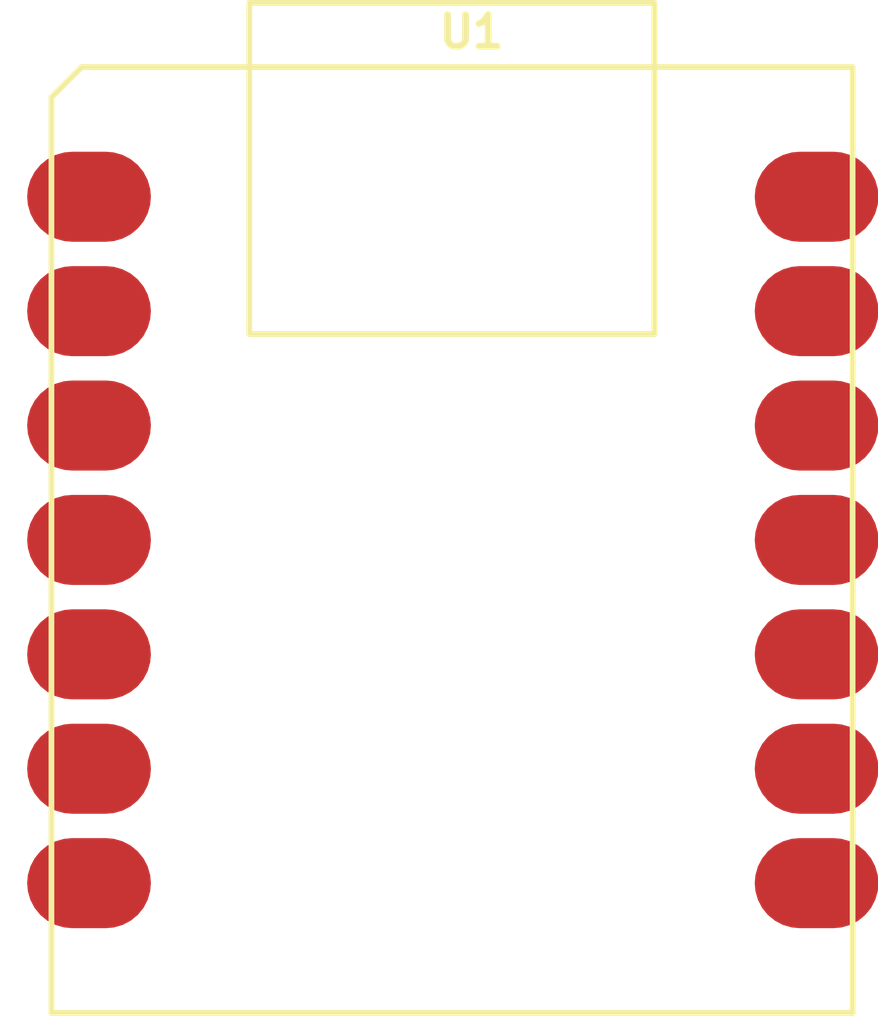
<source format=kicad_pcb>
(kicad_pcb (version 20241229) (generator "pcbnew") (generator_version "9.0")
  (layers (0 "F.Cu" signal) (2 "B.Cu" signal) (13 "F.Paste" user) (15 "B.Paste" user) (5 "F.SilkS" user "F.Silkscreen") (7 "B.SilkS" user "B.Silkscreen") (1 "F.Mask" user) (3 "B.Mask" user) (25 "Edge.Cuts" user))
  (net 0 "")
  (footprint "xiao ESP32C3_PCB:MOUDLE14P-SMD-2.54-21X17.8MM" (layer "F.Cu") (at 99.5 74.88)
    (property "Reference" "U1" (at 9.3345 -21.7805 0) (layer "F.SilkS") (effects (font (size 0.7 0.7))))
    (property "Value" "MOUDLE-SEEEDUINO-XIAO-ESP32C3")
    (fp_line (start 0 -20.3285) (end 0 0) (stroke (width 0.127)) (layer "F.SilkS"))
    (fp_line (start 0 0) (end 17.8 0) (stroke (width 0.127)) (layer "F.SilkS"))
    (fp_line (start 0.671541 -21) (end 0 -20.3285) (stroke (width 0.127)) (layer "F.SilkS"))
    (fp_line (start 4.396 -15.072) (end 4.396 -22.425) (stroke (width 0.127)) (layer "F.SilkS"))
    (fp_line (start 4.4 -22.424) (end 13.395 -22.424) (stroke (width 0.127)) (layer "F.SilkS"))
    (fp_line (start 13.395 -22.424) (end 13.395 -15.072) (stroke (width 0.127)) (layer "F.SilkS"))
    (fp_line (start 13.395 -15.072) (end 4.396 -15.072) (stroke (width 0.127)) (layer "F.SilkS"))
    (fp_line (start 17.8 -21) (end 0.671541 -21) (stroke (width 0.127)) (layer "F.SilkS"))
    (fp_line (start 17.8 0) (end 17.8 -21) (stroke (width 0.127)) (layer "F.SilkS"))
    (pad "1" smd roundrect (at 0.835 -18.12) (size 2.75 2) (layers "F.Cu" "F.Mask" "F.Paste") (roundrect_rratio 0.5))
    (pad "2" smd roundrect (at 0.835 -15.58) (size 2.75 2) (layers "F.Cu" "F.Mask" "F.Paste") (roundrect_rratio 0.5))
    (pad "3" smd roundrect (at 0.835 -13.04) (size 2.75 2) (layers "F.Cu" "F.Mask" "F.Paste") (roundrect_rratio 0.5))
    (pad "4" smd roundrect (at 0.835 -10.5) (size 2.75 2) (layers "F.Cu" "F.Mask" "F.Paste") (roundrect_rratio 0.5))
    (pad "5" smd roundrect (at 0.835 -7.96) (size 2.75 2) (layers "F.Cu" "F.Mask" "F.Paste") (roundrect_rratio 0.5))
    (pad "6" smd roundrect (at 0.835 -5.42) (size 2.75 2) (layers "F.Cu" "F.Mask" "F.Paste") (roundrect_rratio 0.5))
    (pad "7" smd roundrect (at 0.835 -2.88) (size 2.75 2) (layers "F.Cu" "F.Mask" "F.Paste") (roundrect_rratio 0.5))
    (pad "8" smd roundrect (at 17 -2.88) (size 2.75 2) (layers "F.Cu" "F.Mask" "F.Paste") (roundrect_rratio 0.5))
    (pad "9" smd roundrect (at 17 -5.42) (size 2.75 2) (layers "F.Cu" "F.Mask" "F.Paste") (roundrect_rratio 0.5))
    (pad "10" smd roundrect (at 17 -7.96) (size 2.75 2) (layers "F.Cu" "F.Mask" "F.Paste") (roundrect_rratio 0.5))
    (pad "11" smd roundrect (at 17 -10.5) (size 2.75 2) (layers "F.Cu" "F.Mask" "F.Paste") (roundrect_rratio 0.5))
    (pad "12" smd roundrect (at 17 -13.04) (size 2.75 2) (layers "F.Cu" "F.Mask" "F.Paste") (roundrect_rratio 0.5))
    (pad "13" smd roundrect (at 17 -15.58) (size 2.75 2) (layers "F.Cu" "F.Mask" "F.Paste") (roundrect_rratio 0.5))
    (pad "14" smd roundrect (at 17 -18.12) (size 2.75 2) (layers "F.Cu" "F.Mask" "F.Paste") (roundrect_rratio 0.5))
  )
)
</source>
